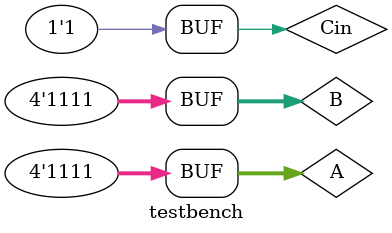
<source format=v>
`timescale 1ns / 1ps


module testbench;

	// Inputs
	reg [3:0] A;
	reg [3:0] B;
	reg Cin;

	// Outputs
	wire Cout;
	wire [3:0] Sum;

	// Instantiate the Unit Under Test (UUT)
	cong4bit uut (
		.A(A), 
		.B(B), 
		.Cin(Cin), 
		.Cout(Cout), 
		.Sum(Sum)
	);

	initial begin
		// Initialize Inputs
		A = 4'b0000;
		B = 4'b0000;
		Cin = 1'b0;
		#100;
		A = 4'b0001;
		B = 4'b0001;
		Cin = 1'b0;
		#100;
		A = 4'b0011;
		B = 4'b0011;
		Cin = 1'b0;
		#100;
		A = 4'b1100;
		B = 4'b1100;
		Cin = 1'b0;
		#100;
		A = 4'b1111;
		B = 4'b1111;
		Cin = 1'b1;
		#100;
		// Add stimulus here

	end
      
endmodule


</source>
